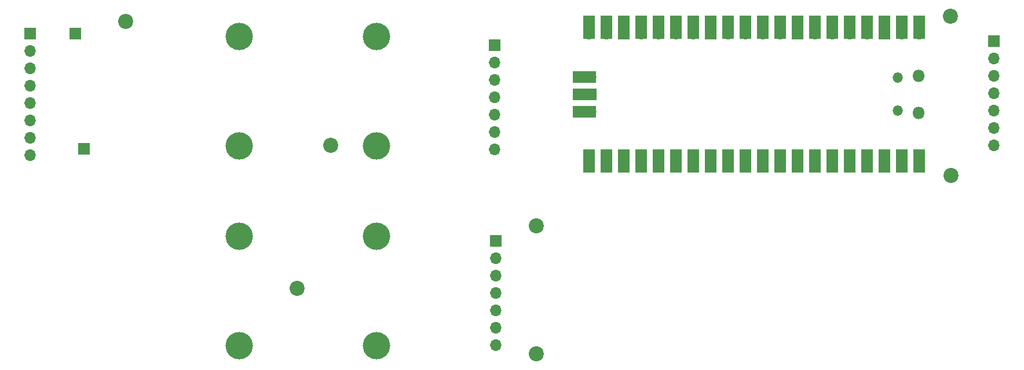
<source format=gbr>
%TF.GenerationSoftware,KiCad,Pcbnew,7.0.10*%
%TF.CreationDate,2024-02-02T23:00:29-06:00*%
%TF.ProjectId,Glass,476c6173-732e-46b6-9963-61645f706362,rev?*%
%TF.SameCoordinates,Original*%
%TF.FileFunction,Soldermask,Top*%
%TF.FilePolarity,Negative*%
%FSLAX46Y46*%
G04 Gerber Fmt 4.6, Leading zero omitted, Abs format (unit mm)*
G04 Created by KiCad (PCBNEW 7.0.10) date 2024-02-02 23:00:29*
%MOMM*%
%LPD*%
G01*
G04 APERTURE LIST*
%ADD10C,2.200000*%
%ADD11C,4.000000*%
%ADD12R,1.700000X1.700000*%
%ADD13O,1.700000X1.700000*%
%ADD14O,1.800000X1.800000*%
%ADD15O,1.500000X1.500000*%
%ADD16R,1.700000X3.500000*%
%ADD17R,3.500000X1.700000*%
G04 APERTURE END LIST*
D10*
%TO.C,REF\u002A\u002A*%
X124050000Y-83570000D03*
%TD*%
%TO.C,REF\u002A\u002A*%
X158950000Y-93120000D03*
%TD*%
%TO.C,REF\u002A\u002A*%
X158950000Y-74420000D03*
%TD*%
D11*
%TO.C,REF\u002A\u002A*%
X135630000Y-62740000D03*
X135630000Y-46740000D03*
X115570000Y-62740000D03*
X115570000Y-46740000D03*
%TD*%
D12*
%TO.C,U2*%
X225830000Y-47460000D03*
D13*
X225830000Y-50000000D03*
X225830000Y-52540000D03*
X225830000Y-55080000D03*
X225830000Y-57620000D03*
X225830000Y-60160000D03*
X225830000Y-62700000D03*
%TD*%
D12*
%TO.C,U2*%
X153030000Y-76655000D03*
D13*
X153030000Y-79195000D03*
X153030000Y-81735000D03*
X153030000Y-84275000D03*
X153030000Y-86815000D03*
X153030000Y-89355000D03*
X153030000Y-91895000D03*
%TD*%
D12*
%TO.C,GND*%
X92830000Y-63170000D03*
%TD*%
D10*
%TO.C,REF\u002A\u002A*%
X219570000Y-67100000D03*
%TD*%
%TO.C,REF\u002A\u002A*%
X128900000Y-62650000D03*
%TD*%
%TO.C,REF\u002A\u002A*%
X98950000Y-44530000D03*
%TD*%
D11*
%TO.C,REF\u002A\u002A*%
X135620000Y-91980000D03*
X135620000Y-75980000D03*
X115560000Y-91980000D03*
X115560000Y-75980000D03*
%TD*%
D14*
%TO.C,U1*%
X214820000Y-52465000D03*
D15*
X211790000Y-52765000D03*
X211790000Y-57615000D03*
D14*
X214820000Y-57915000D03*
D13*
X214950000Y-46300000D03*
D16*
X214950000Y-45400000D03*
D13*
X212410000Y-46300000D03*
D16*
X212410000Y-45400000D03*
D12*
X209870000Y-46300000D03*
D16*
X209870000Y-45400000D03*
D13*
X207330000Y-46300000D03*
D16*
X207330000Y-45400000D03*
D13*
X204790000Y-46300000D03*
D16*
X204790000Y-45400000D03*
D13*
X202250000Y-46300000D03*
D16*
X202250000Y-45400000D03*
D13*
X199710000Y-46300000D03*
D16*
X199710000Y-45400000D03*
D12*
X197170000Y-46300000D03*
D16*
X197170000Y-45400000D03*
D13*
X194630000Y-46300000D03*
D16*
X194630000Y-45400000D03*
D13*
X192090000Y-46300000D03*
D16*
X192090000Y-45400000D03*
D13*
X189550000Y-46300000D03*
D16*
X189550000Y-45400000D03*
D13*
X187010000Y-46300000D03*
D16*
X187010000Y-45400000D03*
D12*
X184470000Y-46300000D03*
D16*
X184470000Y-45400000D03*
D13*
X181930000Y-46300000D03*
D16*
X181930000Y-45400000D03*
D13*
X179390000Y-46300000D03*
D16*
X179390000Y-45400000D03*
D13*
X176850000Y-46300000D03*
D16*
X176850000Y-45400000D03*
D13*
X174310000Y-46300000D03*
D16*
X174310000Y-45400000D03*
D12*
X171770000Y-46300000D03*
D16*
X171770000Y-45400000D03*
D13*
X169230000Y-46300000D03*
D16*
X169230000Y-45400000D03*
D13*
X166690000Y-46300000D03*
D16*
X166690000Y-45400000D03*
D13*
X166690000Y-64080000D03*
D16*
X166690000Y-64980000D03*
D13*
X169230000Y-64080000D03*
D16*
X169230000Y-64980000D03*
D12*
X171770000Y-64080000D03*
D16*
X171770000Y-64980000D03*
D13*
X174310000Y-64080000D03*
D16*
X174310000Y-64980000D03*
D13*
X176850000Y-64080000D03*
D16*
X176850000Y-64980000D03*
D13*
X179390000Y-64080000D03*
D16*
X179390000Y-64980000D03*
D13*
X181930000Y-64080000D03*
D16*
X181930000Y-64980000D03*
D12*
X184470000Y-64080000D03*
D16*
X184470000Y-64980000D03*
D13*
X187010000Y-64080000D03*
D16*
X187010000Y-64980000D03*
D13*
X189550000Y-64080000D03*
D16*
X189550000Y-64980000D03*
D13*
X192090000Y-64080000D03*
D16*
X192090000Y-64980000D03*
D13*
X194630000Y-64080000D03*
D16*
X194630000Y-64980000D03*
D12*
X197170000Y-64080000D03*
D16*
X197170000Y-64980000D03*
D13*
X199710000Y-64080000D03*
D16*
X199710000Y-64980000D03*
D13*
X202250000Y-64080000D03*
D16*
X202250000Y-64980000D03*
D13*
X204790000Y-64080000D03*
D16*
X204790000Y-64980000D03*
D13*
X207330000Y-64080000D03*
D16*
X207330000Y-64980000D03*
D12*
X209870000Y-64080000D03*
D16*
X209870000Y-64980000D03*
D13*
X212410000Y-64080000D03*
D16*
X212410000Y-64980000D03*
D13*
X214950000Y-64080000D03*
D16*
X214950000Y-64980000D03*
D13*
X166920000Y-52650000D03*
D17*
X166020000Y-52650000D03*
D12*
X166920000Y-55190000D03*
D17*
X166020000Y-55190000D03*
D13*
X166920000Y-57730000D03*
D17*
X166020000Y-57730000D03*
%TD*%
D10*
%TO.C,REF\u002A\u002A*%
X219530000Y-43770000D03*
%TD*%
D12*
%TO.C,U4*%
X84990000Y-46280000D03*
D13*
X84990000Y-48820000D03*
X84990000Y-51360000D03*
X84990000Y-53900000D03*
X84990000Y-56440000D03*
X84990000Y-58980000D03*
X84990000Y-61520000D03*
X84990000Y-64060000D03*
%TD*%
D12*
%TO.C,3.3V*%
X91600000Y-46330000D03*
%TD*%
%TO.C,U3*%
X152900000Y-47980000D03*
D13*
X152900000Y-50520000D03*
X152900000Y-53060000D03*
X152900000Y-55600000D03*
X152900000Y-58140000D03*
X152900000Y-60680000D03*
X152900000Y-63220000D03*
%TD*%
M02*

</source>
